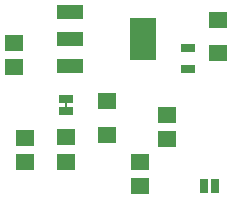
<source format=gbp>
%ASAXBY*%
%FSLAX23Y23*%
%MOIN*%
%OFA0B0*%
%SFA1.0B1.0*%
%ADD10R,0.050000X0.025000*%
%ADD11R,0.062992X0.055118*%
%ADD12R,0.025000X0.050000*%
%ADD13R,0.088000X0.048000*%
%ADD14R,0.086614X0.141732*%
%ADD15R,0.059055X0.055118*%
%ADD16R,0.047244X0.031496*%
%ADD17C,0.008000*%
%LNPASTEMASK0*%
G90*
G70*
G54D10*
X278Y664D03*
X278Y624D03*
G54D11*
X782Y817D03*
X782Y927D03*
X412Y545D03*
X412Y656D03*
G54D12*
X773Y374D03*
X738Y374D03*
G54D13*
X290Y773D03*
X290Y864D03*
X290Y955D03*
G54D14*
X534Y864D03*
G54D15*
X141Y534D03*
X141Y453D03*
X105Y850D03*
X105Y770D03*
G54D16*
X683Y835D03*
X683Y764D03*
G54D15*
X525Y455D03*
X525Y374D03*
X612Y612D03*
X612Y532D03*
X278Y536D03*
X278Y455D03*
G54D17*
X278Y659D02*
X278Y629D01*
G04 End of PasteMask0*
M02*
</source>
